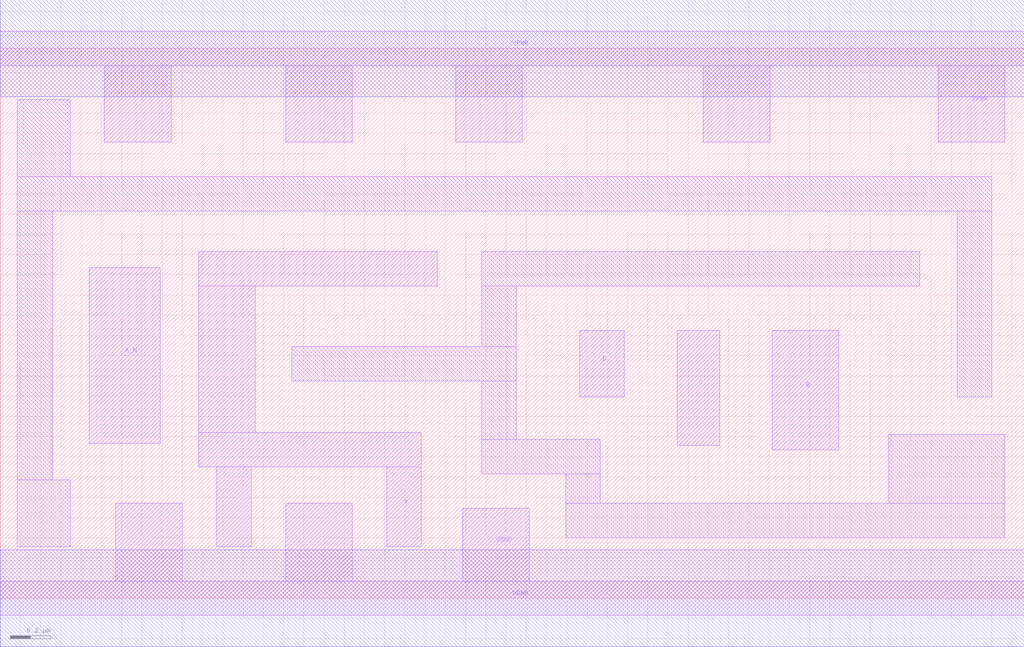
<source format=lef>
# Copyright 2020 The SkyWater PDK Authors
#
# Licensed under the Apache License, Version 2.0 (the "License");
# you may not use this file except in compliance with the License.
# You may obtain a copy of the License at
#
#     https://www.apache.org/licenses/LICENSE-2.0
#
# Unless required by applicable law or agreed to in writing, software
# distributed under the License is distributed on an "AS IS" BASIS,
# WITHOUT WARRANTIES OR CONDITIONS OF ANY KIND, either express or implied.
# See the License for the specific language governing permissions and
# limitations under the License.
#
# SPDX-License-Identifier: Apache-2.0

VERSION 5.5 ;
NAMESCASESENSITIVE ON ;
BUSBITCHARS "[]" ;
DIVIDERCHAR "/" ;
MACRO sky130_fd_sc_hd__and4b_4
  CLASS CORE ;
  SOURCE USER ;
  ORIGIN  0.000000  0.000000 ;
  SIZE  5.060000 BY  2.720000 ;
  SYMMETRY X Y R90 ;
  SITE unithd ;
  PIN A_N
    ANTENNAGATEAREA  0.126000 ;
    DIRECTION INPUT ;
    USE SIGNAL ;
    PORT
      LAYER li1 ;
        RECT 0.440000 0.765000 0.790000 1.635000 ;
    END
  END A_N
  PIN B
    ANTENNAGATEAREA  0.247500 ;
    DIRECTION INPUT ;
    USE SIGNAL ;
    PORT
      LAYER li1 ;
        RECT 3.815000 0.735000 4.145000 1.325000 ;
    END
  END B
  PIN C
    ANTENNAGATEAREA  0.247500 ;
    DIRECTION INPUT ;
    USE SIGNAL ;
    PORT
      LAYER li1 ;
        RECT 3.345000 0.755000 3.555000 1.325000 ;
    END
  END C
  PIN D
    ANTENNAGATEAREA  0.247500 ;
    DIRECTION INPUT ;
    USE SIGNAL ;
    PORT
      LAYER li1 ;
        RECT 2.865000 0.995000 3.085000 1.325000 ;
    END
  END D
  PIN X
    ANTENNADIFFAREA  0.891000 ;
    DIRECTION OUTPUT ;
    USE SIGNAL ;
    PORT
      LAYER li1 ;
        RECT 0.980000 0.650000 2.080000 0.820000 ;
        RECT 0.980000 0.820000 1.260000 1.545000 ;
        RECT 0.980000 1.545000 2.160000 1.715000 ;
        RECT 1.070000 0.255000 1.240000 0.650000 ;
        RECT 1.910000 0.255000 2.080000 0.650000 ;
    END
  END X
  PIN VGND
    DIRECTION INOUT ;
    SHAPE ABUTMENT ;
    USE GROUND ;
    PORT
      LAYER li1 ;
        RECT 0.000000 -0.085000 5.060000 0.085000 ;
        RECT 0.570000  0.085000 0.900000 0.470000 ;
        RECT 1.410000  0.085000 1.740000 0.470000 ;
        RECT 2.285000  0.085000 2.615000 0.445000 ;
    END
    PORT
      LAYER met1 ;
        RECT 0.000000 -0.240000 5.060000 0.240000 ;
    END
  END VGND
  PIN VPWR
    DIRECTION INOUT ;
    SHAPE ABUTMENT ;
    USE POWER ;
    PORT
      LAYER li1 ;
        RECT 0.000000 2.635000 5.060000 2.805000 ;
        RECT 0.515000 2.255000 0.845000 2.635000 ;
        RECT 1.410000 2.255000 1.740000 2.635000 ;
        RECT 2.250000 2.255000 2.580000 2.635000 ;
        RECT 3.475000 2.255000 3.805000 2.635000 ;
        RECT 4.635000 2.255000 4.965000 2.635000 ;
    END
    PORT
      LAYER met1 ;
        RECT 0.000000 2.480000 5.060000 2.960000 ;
    END
  END VPWR
  OBS
    LAYER li1 ;
      RECT 0.085000 0.255000 0.345000 0.585000 ;
      RECT 0.085000 0.585000 0.260000 1.915000 ;
      RECT 0.085000 1.915000 4.900000 2.085000 ;
      RECT 0.085000 2.085000 0.345000 2.465000 ;
      RECT 1.440000 1.075000 2.550000 1.245000 ;
      RECT 2.380000 0.615000 2.965000 0.785000 ;
      RECT 2.380000 0.785000 2.550000 1.075000 ;
      RECT 2.380000 1.245000 2.550000 1.545000 ;
      RECT 2.380000 1.545000 4.545000 1.715000 ;
      RECT 2.795000 0.300000 4.965000 0.470000 ;
      RECT 2.795000 0.470000 2.965000 0.615000 ;
      RECT 4.390000 0.470000 4.965000 0.810000 ;
      RECT 4.730000 0.995000 4.900000 1.915000 ;
  END
END sky130_fd_sc_hd__and4b_4
END LIBRARY

</source>
